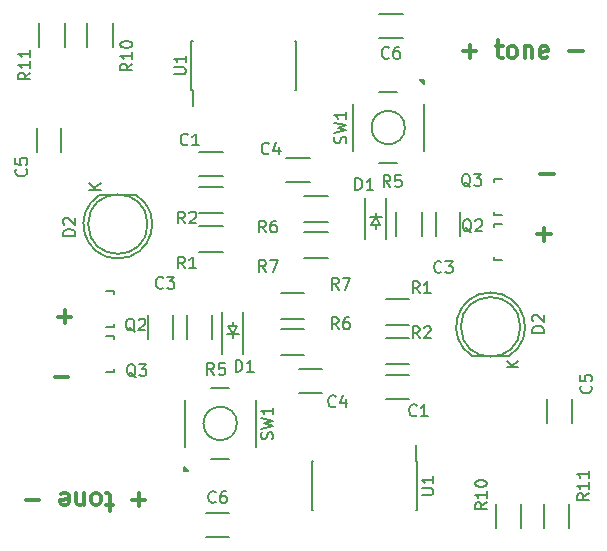
<source format=gto>
G04 #@! TF.FileFunction,Legend,Top*
%FSLAX46Y46*%
G04 Gerber Fmt 4.6, Leading zero omitted, Abs format (unit mm)*
G04 Created by KiCad (PCBNEW 0.201603210401+6634~43~ubuntu14.04.1-product) date mån 28 mar 2016 17:18:37*
%MOMM*%
G01*
G04 APERTURE LIST*
%ADD10C,0.050000*%
%ADD11C,0.300000*%
%ADD12C,0.150000*%
G04 APERTURE END LIST*
D10*
D11*
X105282928Y-128480357D02*
X104140071Y-128480357D01*
X104711500Y-127908929D02*
X104711500Y-129051786D01*
X105028928Y-133560357D02*
X103886071Y-133560357D01*
X111560928Y-143974357D02*
X110418071Y-143974357D01*
X110989500Y-143402929D02*
X110989500Y-144545786D01*
X108775214Y-144402929D02*
X108203785Y-144402929D01*
X108560928Y-144902929D02*
X108560928Y-143617214D01*
X108489500Y-143474357D01*
X108346642Y-143402929D01*
X108203785Y-143402929D01*
X107489499Y-143402929D02*
X107632357Y-143474357D01*
X107703785Y-143545786D01*
X107775214Y-143688643D01*
X107775214Y-144117214D01*
X107703785Y-144260071D01*
X107632357Y-144331500D01*
X107489499Y-144402929D01*
X107275214Y-144402929D01*
X107132357Y-144331500D01*
X107060928Y-144260071D01*
X106989499Y-144117214D01*
X106989499Y-143688643D01*
X107060928Y-143545786D01*
X107132357Y-143474357D01*
X107275214Y-143402929D01*
X107489499Y-143402929D01*
X106346642Y-144402929D02*
X106346642Y-143402929D01*
X106346642Y-144260071D02*
X106275214Y-144331500D01*
X106132356Y-144402929D01*
X105918071Y-144402929D01*
X105775214Y-144331500D01*
X105703785Y-144188643D01*
X105703785Y-143402929D01*
X104418071Y-143474357D02*
X104560928Y-143402929D01*
X104846642Y-143402929D01*
X104989499Y-143474357D01*
X105060928Y-143617214D01*
X105060928Y-144188643D01*
X104989499Y-144331500D01*
X104846642Y-144402929D01*
X104560928Y-144402929D01*
X104418071Y-144331500D01*
X104346642Y-144188643D01*
X104346642Y-144045786D01*
X105060928Y-143902929D01*
X102560928Y-143974357D02*
X101418071Y-143974357D01*
X138438572Y-106025143D02*
X139581429Y-106025143D01*
X139010000Y-106596571D02*
X139010000Y-105453714D01*
X141224286Y-105596571D02*
X141795715Y-105596571D01*
X141438572Y-105096571D02*
X141438572Y-106382286D01*
X141510000Y-106525143D01*
X141652858Y-106596571D01*
X141795715Y-106596571D01*
X142510001Y-106596571D02*
X142367143Y-106525143D01*
X142295715Y-106453714D01*
X142224286Y-106310857D01*
X142224286Y-105882286D01*
X142295715Y-105739429D01*
X142367143Y-105668000D01*
X142510001Y-105596571D01*
X142724286Y-105596571D01*
X142867143Y-105668000D01*
X142938572Y-105739429D01*
X143010001Y-105882286D01*
X143010001Y-106310857D01*
X142938572Y-106453714D01*
X142867143Y-106525143D01*
X142724286Y-106596571D01*
X142510001Y-106596571D01*
X143652858Y-105596571D02*
X143652858Y-106596571D01*
X143652858Y-105739429D02*
X143724286Y-105668000D01*
X143867144Y-105596571D01*
X144081429Y-105596571D01*
X144224286Y-105668000D01*
X144295715Y-105810857D01*
X144295715Y-106596571D01*
X145581429Y-106525143D02*
X145438572Y-106596571D01*
X145152858Y-106596571D01*
X145010001Y-106525143D01*
X144938572Y-106382286D01*
X144938572Y-105810857D01*
X145010001Y-105668000D01*
X145152858Y-105596571D01*
X145438572Y-105596571D01*
X145581429Y-105668000D01*
X145652858Y-105810857D01*
X145652858Y-105953714D01*
X144938572Y-106096571D01*
X147438572Y-106025143D02*
X148581429Y-106025143D01*
X144970572Y-116439143D02*
X146113429Y-116439143D01*
X144716572Y-121519143D02*
X145859429Y-121519143D01*
X145288000Y-122090571D02*
X145288000Y-120947714D01*
D12*
X114887500Y-141475500D02*
X114987500Y-141475500D01*
X114837500Y-141575500D02*
X114837500Y-141225500D01*
X114837500Y-141225500D02*
G75*
G03X115187500Y-141575500I1050000J700000D01*
G01*
X114837500Y-141575500D02*
X115187500Y-141575500D01*
X119301714Y-137525500D02*
G75*
G03X119301714Y-137525500I-1414214J0D01*
G01*
X120887500Y-139525500D02*
X120887500Y-135525500D01*
X114887500Y-139525500D02*
X114887500Y-135525500D01*
X118637500Y-140525500D02*
X117137500Y-140525500D01*
X117137500Y-134525500D02*
X118637500Y-134525500D01*
D10*
X117887500Y-140525500D02*
X117887500Y-140525500D01*
X120887500Y-135525500D02*
X120887500Y-139525500D01*
X114887500Y-135525500D02*
X114887500Y-139525500D01*
X117887500Y-134525500D02*
X117887500Y-134525500D01*
X119301714Y-137525500D02*
G75*
G03X119301714Y-137525500I-1414214J0D01*
G01*
D12*
X118665500Y-145088500D02*
X116665500Y-145088500D01*
X116665500Y-147138500D02*
X118665500Y-147138500D01*
X118935500Y-129286000D02*
X118935500Y-128905000D01*
X118935500Y-130302000D02*
X118935500Y-129921000D01*
X118935500Y-129921000D02*
X118554500Y-129286000D01*
X118554500Y-129286000D02*
X119316500Y-129286000D01*
X119316500Y-129286000D02*
X118935500Y-129921000D01*
X118427500Y-129921000D02*
X119443500Y-129921000D01*
X119835500Y-131603500D02*
X119835500Y-128063500D01*
X118035500Y-131603500D02*
X118035500Y-128063500D01*
X147442500Y-144351500D02*
X147442500Y-146351500D01*
X145292500Y-146351500D02*
X145292500Y-144351500D01*
X141228500Y-146351500D02*
X141228500Y-144351500D01*
X143378500Y-144351500D02*
X143378500Y-146351500D01*
X142304404Y-131834388D02*
G75*
G03X139279500Y-131849500I-1524904J2484888D01*
G01*
X142279500Y-131849500D02*
X139279500Y-131849500D01*
X143297436Y-129349500D02*
G75*
G03X143297436Y-129349500I-2517936J0D01*
G01*
X145596500Y-135461500D02*
X145596500Y-137461500D01*
X147646500Y-137461500D02*
X147646500Y-135461500D01*
X133905500Y-133404500D02*
X131905500Y-133404500D01*
X131905500Y-135454500D02*
X133905500Y-135454500D01*
X134561500Y-140736500D02*
X134446500Y-140736500D01*
X134561500Y-144886500D02*
X134446500Y-144886500D01*
X125661500Y-144886500D02*
X125776500Y-144886500D01*
X125661500Y-140736500D02*
X125776500Y-140736500D01*
X134561500Y-140736500D02*
X134561500Y-144886500D01*
X125661500Y-140736500D02*
X125661500Y-144886500D01*
X134446500Y-140736500D02*
X134446500Y-139361500D01*
X113864500Y-130349500D02*
X113864500Y-128349500D01*
X111814500Y-128349500D02*
X111814500Y-130349500D01*
X108216700Y-130135680D02*
X108917740Y-130135680D01*
X108917740Y-130135680D02*
X108917740Y-130384600D01*
X108917740Y-132934660D02*
X108917740Y-133135320D01*
X108917740Y-133135320D02*
X108216700Y-133135320D01*
X108216700Y-126325680D02*
X108917740Y-126325680D01*
X108917740Y-126325680D02*
X108917740Y-126574600D01*
X108917740Y-129124660D02*
X108917740Y-129325320D01*
X108917740Y-129325320D02*
X108216700Y-129325320D01*
X115066500Y-130349500D02*
X115066500Y-128349500D01*
X117216500Y-128349500D02*
X117216500Y-130349500D01*
X123015500Y-126496500D02*
X125015500Y-126496500D01*
X125015500Y-128646500D02*
X123015500Y-128646500D01*
X131905500Y-130306500D02*
X133905500Y-130306500D01*
X133905500Y-132456500D02*
X131905500Y-132456500D01*
X133905500Y-129154500D02*
X131905500Y-129154500D01*
X131905500Y-127004500D02*
X133905500Y-127004500D01*
X124539500Y-134946500D02*
X126539500Y-134946500D01*
X126539500Y-132896500D02*
X124539500Y-132896500D01*
X125015500Y-131694500D02*
X123015500Y-131694500D01*
X123015500Y-129544500D02*
X125015500Y-129544500D01*
X116094000Y-116595000D02*
X118094000Y-116595000D01*
X118094000Y-114545000D02*
X116094000Y-114545000D01*
X136135000Y-119650000D02*
X136135000Y-121650000D01*
X138185000Y-121650000D02*
X138185000Y-119650000D01*
X125460000Y-115053000D02*
X123460000Y-115053000D01*
X123460000Y-117103000D02*
X125460000Y-117103000D01*
X104403000Y-114538000D02*
X104403000Y-112538000D01*
X102353000Y-112538000D02*
X102353000Y-114538000D01*
X131334000Y-104911000D02*
X133334000Y-104911000D01*
X133334000Y-102861000D02*
X131334000Y-102861000D01*
X131064000Y-120713500D02*
X131064000Y-121094500D01*
X131064000Y-119697500D02*
X131064000Y-120078500D01*
X131064000Y-120078500D02*
X131445000Y-120713500D01*
X131445000Y-120713500D02*
X130683000Y-120713500D01*
X130683000Y-120713500D02*
X131064000Y-120078500D01*
X131572000Y-120078500D02*
X130556000Y-120078500D01*
X130164000Y-118396000D02*
X130164000Y-121936000D01*
X131964000Y-118396000D02*
X131964000Y-121936000D01*
X107695096Y-118165112D02*
G75*
G03X110720000Y-118150000I1524904J-2484888D01*
G01*
X107720000Y-118150000D02*
X110720000Y-118150000D01*
X111737936Y-120650000D02*
G75*
G03X111737936Y-120650000I-2517936J0D01*
G01*
X141782800Y-123673820D02*
X141081760Y-123673820D01*
X141081760Y-123673820D02*
X141081760Y-123424900D01*
X141081760Y-120874840D02*
X141081760Y-120674180D01*
X141081760Y-120674180D02*
X141782800Y-120674180D01*
X141782800Y-119863820D02*
X141081760Y-119863820D01*
X141081760Y-119863820D02*
X141081760Y-119614900D01*
X141081760Y-117064840D02*
X141081760Y-116864180D01*
X141081760Y-116864180D02*
X141782800Y-116864180D01*
X116094000Y-120845000D02*
X118094000Y-120845000D01*
X118094000Y-122995000D02*
X116094000Y-122995000D01*
X118094000Y-119693000D02*
X116094000Y-119693000D01*
X116094000Y-117543000D02*
X118094000Y-117543000D01*
X134933000Y-119650000D02*
X134933000Y-121650000D01*
X132783000Y-121650000D02*
X132783000Y-119650000D01*
X124984000Y-118305000D02*
X126984000Y-118305000D01*
X126984000Y-120455000D02*
X124984000Y-120455000D01*
X126984000Y-123503000D02*
X124984000Y-123503000D01*
X124984000Y-121353000D02*
X126984000Y-121353000D01*
X108771000Y-103648000D02*
X108771000Y-105648000D01*
X106621000Y-105648000D02*
X106621000Y-103648000D01*
X102557000Y-105648000D02*
X102557000Y-103648000D01*
X104707000Y-103648000D02*
X104707000Y-105648000D01*
X135112000Y-108524000D02*
X135012000Y-108524000D01*
X135162000Y-108424000D02*
X135162000Y-108774000D01*
X135162000Y-108774000D02*
G75*
G03X134812000Y-108424000I-1050000J-700000D01*
G01*
X135162000Y-108424000D02*
X134812000Y-108424000D01*
X133526214Y-112474000D02*
G75*
G03X133526214Y-112474000I-1414214J0D01*
G01*
X129112000Y-110474000D02*
X129112000Y-114474000D01*
X135112000Y-110474000D02*
X135112000Y-114474000D01*
X131362000Y-109474000D02*
X132862000Y-109474000D01*
X132862000Y-115474000D02*
X131362000Y-115474000D01*
D10*
X132112000Y-109474000D02*
X132112000Y-109474000D01*
X129112000Y-114474000D02*
X129112000Y-110474000D01*
X135112000Y-114474000D02*
X135112000Y-110474000D01*
X132112000Y-115474000D02*
X132112000Y-115474000D01*
X133526214Y-112474000D02*
G75*
G03X133526214Y-112474000I-1414214J0D01*
G01*
D12*
X115438000Y-109263000D02*
X115553000Y-109263000D01*
X115438000Y-105113000D02*
X115553000Y-105113000D01*
X124338000Y-105113000D02*
X124223000Y-105113000D01*
X124338000Y-109263000D02*
X124223000Y-109263000D01*
X115438000Y-109263000D02*
X115438000Y-105113000D01*
X124338000Y-109263000D02*
X124338000Y-105113000D01*
X115553000Y-109263000D02*
X115553000Y-110638000D01*
X122292262Y-138858833D02*
X122339881Y-138715976D01*
X122339881Y-138477880D01*
X122292262Y-138382642D01*
X122244643Y-138335023D01*
X122149405Y-138287404D01*
X122054167Y-138287404D01*
X121958929Y-138335023D01*
X121911310Y-138382642D01*
X121863690Y-138477880D01*
X121816071Y-138668357D01*
X121768452Y-138763595D01*
X121720833Y-138811214D01*
X121625595Y-138858833D01*
X121530357Y-138858833D01*
X121435119Y-138811214D01*
X121387500Y-138763595D01*
X121339881Y-138668357D01*
X121339881Y-138430261D01*
X121387500Y-138287404D01*
X121339881Y-137954071D02*
X122339881Y-137715976D01*
X121625595Y-137525499D01*
X122339881Y-137335023D01*
X121339881Y-137096928D01*
X122339881Y-136192166D02*
X122339881Y-136763595D01*
X122339881Y-136477881D02*
X121339881Y-136477881D01*
X121482738Y-136573119D01*
X121577976Y-136668357D01*
X121625595Y-136763595D01*
X117498834Y-144170643D02*
X117451215Y-144218262D01*
X117308358Y-144265881D01*
X117213120Y-144265881D01*
X117070262Y-144218262D01*
X116975024Y-144123024D01*
X116927405Y-144027786D01*
X116879786Y-143837310D01*
X116879786Y-143694452D01*
X116927405Y-143503976D01*
X116975024Y-143408738D01*
X117070262Y-143313500D01*
X117213120Y-143265881D01*
X117308358Y-143265881D01*
X117451215Y-143313500D01*
X117498834Y-143361119D01*
X118355977Y-143265881D02*
X118165500Y-143265881D01*
X118070262Y-143313500D01*
X118022643Y-143361119D01*
X117927405Y-143503976D01*
X117879786Y-143694452D01*
X117879786Y-144075405D01*
X117927405Y-144170643D01*
X117975024Y-144218262D01*
X118070262Y-144265881D01*
X118260739Y-144265881D01*
X118355977Y-144218262D01*
X118403596Y-144170643D01*
X118451215Y-144075405D01*
X118451215Y-143837310D01*
X118403596Y-143742071D01*
X118355977Y-143694452D01*
X118260739Y-143646833D01*
X118070262Y-143646833D01*
X117975024Y-143694452D01*
X117927405Y-143742071D01*
X117879786Y-143837310D01*
X119193085Y-133144521D02*
X119193085Y-132144521D01*
X119431180Y-132144521D01*
X119574038Y-132192140D01*
X119669276Y-132287378D01*
X119716895Y-132382616D01*
X119764514Y-132573092D01*
X119764514Y-132715950D01*
X119716895Y-132906426D01*
X119669276Y-133001664D01*
X119574038Y-133096902D01*
X119431180Y-133144521D01*
X119193085Y-133144521D01*
X120716895Y-133144521D02*
X120145466Y-133144521D01*
X120431180Y-133144521D02*
X120431180Y-132144521D01*
X120335942Y-132287378D01*
X120240704Y-132382616D01*
X120145466Y-132430235D01*
X149105881Y-143454357D02*
X148629690Y-143787691D01*
X149105881Y-144025786D02*
X148105881Y-144025786D01*
X148105881Y-143644833D01*
X148153500Y-143549595D01*
X148201119Y-143501976D01*
X148296357Y-143454357D01*
X148439214Y-143454357D01*
X148534452Y-143501976D01*
X148582071Y-143549595D01*
X148629690Y-143644833D01*
X148629690Y-144025786D01*
X149105881Y-142501976D02*
X149105881Y-143073405D01*
X149105881Y-142787691D02*
X148105881Y-142787691D01*
X148248738Y-142882929D01*
X148343976Y-142978167D01*
X148391595Y-143073405D01*
X149105881Y-141549595D02*
X149105881Y-142121024D01*
X149105881Y-141835310D02*
X148105881Y-141835310D01*
X148248738Y-141930548D01*
X148343976Y-142025786D01*
X148391595Y-142121024D01*
X140469881Y-144216357D02*
X139993690Y-144549691D01*
X140469881Y-144787786D02*
X139469881Y-144787786D01*
X139469881Y-144406833D01*
X139517500Y-144311595D01*
X139565119Y-144263976D01*
X139660357Y-144216357D01*
X139803214Y-144216357D01*
X139898452Y-144263976D01*
X139946071Y-144311595D01*
X139993690Y-144406833D01*
X139993690Y-144787786D01*
X140469881Y-143263976D02*
X140469881Y-143835405D01*
X140469881Y-143549691D02*
X139469881Y-143549691D01*
X139612738Y-143644929D01*
X139707976Y-143740167D01*
X139755595Y-143835405D01*
X139469881Y-142644929D02*
X139469881Y-142549690D01*
X139517500Y-142454452D01*
X139565119Y-142406833D01*
X139660357Y-142359214D01*
X139850833Y-142311595D01*
X140088929Y-142311595D01*
X140279405Y-142359214D01*
X140374643Y-142406833D01*
X140422262Y-142454452D01*
X140469881Y-142549690D01*
X140469881Y-142644929D01*
X140422262Y-142740167D01*
X140374643Y-142787786D01*
X140279405Y-142835405D01*
X140088929Y-142883024D01*
X139850833Y-142883024D01*
X139660357Y-142835405D01*
X139565119Y-142787786D01*
X139517500Y-142740167D01*
X139469881Y-142644929D01*
X145295881Y-129833595D02*
X144295881Y-129833595D01*
X144295881Y-129595500D01*
X144343500Y-129452642D01*
X144438738Y-129357404D01*
X144533976Y-129309785D01*
X144724452Y-129262166D01*
X144867310Y-129262166D01*
X145057786Y-129309785D01*
X145153024Y-129357404D01*
X145248262Y-129452642D01*
X145295881Y-129595500D01*
X145295881Y-129833595D01*
X144391119Y-128881214D02*
X144343500Y-128833595D01*
X144295881Y-128738357D01*
X144295881Y-128500261D01*
X144343500Y-128405023D01*
X144391119Y-128357404D01*
X144486357Y-128309785D01*
X144581595Y-128309785D01*
X144724452Y-128357404D01*
X145295881Y-128928833D01*
X145295881Y-128309785D01*
X143136881Y-132786405D02*
X142136881Y-132786405D01*
X143136881Y-132214976D02*
X142565452Y-132643548D01*
X142136881Y-132214976D02*
X142708310Y-132786405D01*
X149264643Y-134342166D02*
X149312262Y-134389785D01*
X149359881Y-134532642D01*
X149359881Y-134627880D01*
X149312262Y-134770738D01*
X149217024Y-134865976D01*
X149121786Y-134913595D01*
X148931310Y-134961214D01*
X148788452Y-134961214D01*
X148597976Y-134913595D01*
X148502738Y-134865976D01*
X148407500Y-134770738D01*
X148359881Y-134627880D01*
X148359881Y-134532642D01*
X148407500Y-134389785D01*
X148455119Y-134342166D01*
X148359881Y-133437404D02*
X148359881Y-133913595D01*
X148836071Y-133961214D01*
X148788452Y-133913595D01*
X148740833Y-133818357D01*
X148740833Y-133580261D01*
X148788452Y-133485023D01*
X148836071Y-133437404D01*
X148931310Y-133389785D01*
X149169405Y-133389785D01*
X149264643Y-133437404D01*
X149312262Y-133485023D01*
X149359881Y-133580261D01*
X149359881Y-133818357D01*
X149312262Y-133913595D01*
X149264643Y-133961214D01*
X134516834Y-136818643D02*
X134469215Y-136866262D01*
X134326358Y-136913881D01*
X134231120Y-136913881D01*
X134088262Y-136866262D01*
X133993024Y-136771024D01*
X133945405Y-136675786D01*
X133897786Y-136485310D01*
X133897786Y-136342452D01*
X133945405Y-136151976D01*
X133993024Y-136056738D01*
X134088262Y-135961500D01*
X134231120Y-135913881D01*
X134326358Y-135913881D01*
X134469215Y-135961500D01*
X134516834Y-136009119D01*
X135469215Y-136913881D02*
X134897786Y-136913881D01*
X135183500Y-136913881D02*
X135183500Y-135913881D01*
X135088262Y-136056738D01*
X134993024Y-136151976D01*
X134897786Y-136199595D01*
X134938881Y-143573405D02*
X135748405Y-143573405D01*
X135843643Y-143525786D01*
X135891262Y-143478167D01*
X135938881Y-143382929D01*
X135938881Y-143192452D01*
X135891262Y-143097214D01*
X135843643Y-143049595D01*
X135748405Y-143001976D01*
X134938881Y-143001976D01*
X135938881Y-142001976D02*
X135938881Y-142573405D01*
X135938881Y-142287691D02*
X134938881Y-142287691D01*
X135081738Y-142382929D01*
X135176976Y-142478167D01*
X135224595Y-142573405D01*
X113058914Y-126018563D02*
X113011295Y-126066182D01*
X112868438Y-126113801D01*
X112773200Y-126113801D01*
X112630342Y-126066182D01*
X112535104Y-125970944D01*
X112487485Y-125875706D01*
X112439866Y-125685230D01*
X112439866Y-125542372D01*
X112487485Y-125351896D01*
X112535104Y-125256658D01*
X112630342Y-125161420D01*
X112773200Y-125113801D01*
X112868438Y-125113801D01*
X113011295Y-125161420D01*
X113058914Y-125209039D01*
X113392247Y-125113801D02*
X114011295Y-125113801D01*
X113677961Y-125494753D01*
X113820819Y-125494753D01*
X113916057Y-125542372D01*
X113963676Y-125589991D01*
X114011295Y-125685230D01*
X114011295Y-125923325D01*
X113963676Y-126018563D01*
X113916057Y-126066182D01*
X113820819Y-126113801D01*
X113535104Y-126113801D01*
X113439866Y-126066182D01*
X113392247Y-126018563D01*
X110732582Y-133605519D02*
X110637344Y-133557900D01*
X110542106Y-133462662D01*
X110399249Y-133319805D01*
X110304010Y-133272186D01*
X110208772Y-133272186D01*
X110256391Y-133510281D02*
X110161153Y-133462662D01*
X110065915Y-133367424D01*
X110018296Y-133176948D01*
X110018296Y-132843614D01*
X110065915Y-132653138D01*
X110161153Y-132557900D01*
X110256391Y-132510281D01*
X110446868Y-132510281D01*
X110542106Y-132557900D01*
X110637344Y-132653138D01*
X110684963Y-132843614D01*
X110684963Y-133176948D01*
X110637344Y-133367424D01*
X110542106Y-133462662D01*
X110446868Y-133510281D01*
X110256391Y-133510281D01*
X111018296Y-132510281D02*
X111637344Y-132510281D01*
X111304010Y-132891233D01*
X111446868Y-132891233D01*
X111542106Y-132938852D01*
X111589725Y-132986471D01*
X111637344Y-133081710D01*
X111637344Y-133319805D01*
X111589725Y-133415043D01*
X111542106Y-133462662D01*
X111446868Y-133510281D01*
X111161153Y-133510281D01*
X111065915Y-133462662D01*
X111018296Y-133415043D01*
X110651302Y-129744719D02*
X110556064Y-129697100D01*
X110460826Y-129601862D01*
X110317969Y-129459005D01*
X110222730Y-129411386D01*
X110127492Y-129411386D01*
X110175111Y-129649481D02*
X110079873Y-129601862D01*
X109984635Y-129506624D01*
X109937016Y-129316148D01*
X109937016Y-128982814D01*
X109984635Y-128792338D01*
X110079873Y-128697100D01*
X110175111Y-128649481D01*
X110365588Y-128649481D01*
X110460826Y-128697100D01*
X110556064Y-128792338D01*
X110603683Y-128982814D01*
X110603683Y-129316148D01*
X110556064Y-129506624D01*
X110460826Y-129601862D01*
X110365588Y-129649481D01*
X110175111Y-129649481D01*
X110984635Y-128744719D02*
X111032254Y-128697100D01*
X111127492Y-128649481D01*
X111365588Y-128649481D01*
X111460826Y-128697100D01*
X111508445Y-128744719D01*
X111556064Y-128839957D01*
X111556064Y-128935195D01*
X111508445Y-129078052D01*
X110937016Y-129649481D01*
X111556064Y-129649481D01*
X117366754Y-133408681D02*
X117033420Y-132932490D01*
X116795325Y-133408681D02*
X116795325Y-132408681D01*
X117176278Y-132408681D01*
X117271516Y-132456300D01*
X117319135Y-132503919D01*
X117366754Y-132599157D01*
X117366754Y-132742014D01*
X117319135Y-132837252D01*
X117271516Y-132884871D01*
X117176278Y-132932490D01*
X116795325Y-132932490D01*
X118271516Y-132408681D02*
X117795325Y-132408681D01*
X117747706Y-132884871D01*
X117795325Y-132837252D01*
X117890563Y-132789633D01*
X118128659Y-132789633D01*
X118223897Y-132837252D01*
X118271516Y-132884871D01*
X118319135Y-132980110D01*
X118319135Y-133218205D01*
X118271516Y-133313443D01*
X118223897Y-133361062D01*
X118128659Y-133408681D01*
X117890563Y-133408681D01*
X117795325Y-133361062D01*
X117747706Y-133313443D01*
X127912834Y-126195081D02*
X127579500Y-125718890D01*
X127341405Y-126195081D02*
X127341405Y-125195081D01*
X127722358Y-125195081D01*
X127817596Y-125242700D01*
X127865215Y-125290319D01*
X127912834Y-125385557D01*
X127912834Y-125528414D01*
X127865215Y-125623652D01*
X127817596Y-125671271D01*
X127722358Y-125718890D01*
X127341405Y-125718890D01*
X128246167Y-125195081D02*
X128912834Y-125195081D01*
X128484262Y-126195081D01*
X134770834Y-130309881D02*
X134437500Y-129833690D01*
X134199405Y-130309881D02*
X134199405Y-129309881D01*
X134580358Y-129309881D01*
X134675596Y-129357500D01*
X134723215Y-129405119D01*
X134770834Y-129500357D01*
X134770834Y-129643214D01*
X134723215Y-129738452D01*
X134675596Y-129786071D01*
X134580358Y-129833690D01*
X134199405Y-129833690D01*
X135151786Y-129405119D02*
X135199405Y-129357500D01*
X135294643Y-129309881D01*
X135532739Y-129309881D01*
X135627977Y-129357500D01*
X135675596Y-129405119D01*
X135723215Y-129500357D01*
X135723215Y-129595595D01*
X135675596Y-129738452D01*
X135104167Y-130309881D01*
X135723215Y-130309881D01*
X134770834Y-126499881D02*
X134437500Y-126023690D01*
X134199405Y-126499881D02*
X134199405Y-125499881D01*
X134580358Y-125499881D01*
X134675596Y-125547500D01*
X134723215Y-125595119D01*
X134770834Y-125690357D01*
X134770834Y-125833214D01*
X134723215Y-125928452D01*
X134675596Y-125976071D01*
X134580358Y-126023690D01*
X134199405Y-126023690D01*
X135723215Y-126499881D02*
X135151786Y-126499881D01*
X135437500Y-126499881D02*
X135437500Y-125499881D01*
X135342262Y-125642738D01*
X135247024Y-125737976D01*
X135151786Y-125785595D01*
X127658834Y-136056643D02*
X127611215Y-136104262D01*
X127468358Y-136151881D01*
X127373120Y-136151881D01*
X127230262Y-136104262D01*
X127135024Y-136009024D01*
X127087405Y-135913786D01*
X127039786Y-135723310D01*
X127039786Y-135580452D01*
X127087405Y-135389976D01*
X127135024Y-135294738D01*
X127230262Y-135199500D01*
X127373120Y-135151881D01*
X127468358Y-135151881D01*
X127611215Y-135199500D01*
X127658834Y-135247119D01*
X128515977Y-135485214D02*
X128515977Y-136151881D01*
X128277881Y-135104262D02*
X128039786Y-135818548D01*
X128658834Y-135818548D01*
X127912834Y-129547881D02*
X127579500Y-129071690D01*
X127341405Y-129547881D02*
X127341405Y-128547881D01*
X127722358Y-128547881D01*
X127817596Y-128595500D01*
X127865215Y-128643119D01*
X127912834Y-128738357D01*
X127912834Y-128881214D01*
X127865215Y-128976452D01*
X127817596Y-129024071D01*
X127722358Y-129071690D01*
X127341405Y-129071690D01*
X128769977Y-128547881D02*
X128579500Y-128547881D01*
X128484262Y-128595500D01*
X128436643Y-128643119D01*
X128341405Y-128785976D01*
X128293786Y-128976452D01*
X128293786Y-129357405D01*
X128341405Y-129452643D01*
X128389024Y-129500262D01*
X128484262Y-129547881D01*
X128674739Y-129547881D01*
X128769977Y-129500262D01*
X128817596Y-129452643D01*
X128865215Y-129357405D01*
X128865215Y-129119310D01*
X128817596Y-129024071D01*
X128769977Y-128976452D01*
X128674739Y-128928833D01*
X128484262Y-128928833D01*
X128389024Y-128976452D01*
X128341405Y-129024071D01*
X128293786Y-129119310D01*
X115149334Y-113895143D02*
X115101715Y-113942762D01*
X114958858Y-113990381D01*
X114863620Y-113990381D01*
X114720762Y-113942762D01*
X114625524Y-113847524D01*
X114577905Y-113752286D01*
X114530286Y-113561810D01*
X114530286Y-113418952D01*
X114577905Y-113228476D01*
X114625524Y-113133238D01*
X114720762Y-113038000D01*
X114863620Y-112990381D01*
X114958858Y-112990381D01*
X115101715Y-113038000D01*
X115149334Y-113085619D01*
X116101715Y-113990381D02*
X115530286Y-113990381D01*
X115816000Y-113990381D02*
X115816000Y-112990381D01*
X115720762Y-113133238D01*
X115625524Y-113228476D01*
X115530286Y-113276095D01*
X136607254Y-124695223D02*
X136559635Y-124742842D01*
X136416778Y-124790461D01*
X136321540Y-124790461D01*
X136178682Y-124742842D01*
X136083444Y-124647604D01*
X136035825Y-124552366D01*
X135988206Y-124361890D01*
X135988206Y-124219032D01*
X136035825Y-124028556D01*
X136083444Y-123933318D01*
X136178682Y-123838080D01*
X136321540Y-123790461D01*
X136416778Y-123790461D01*
X136559635Y-123838080D01*
X136607254Y-123885699D01*
X136940587Y-123790461D02*
X137559635Y-123790461D01*
X137226301Y-124171413D01*
X137369159Y-124171413D01*
X137464397Y-124219032D01*
X137512016Y-124266651D01*
X137559635Y-124361890D01*
X137559635Y-124599985D01*
X137512016Y-124695223D01*
X137464397Y-124742842D01*
X137369159Y-124790461D01*
X137083444Y-124790461D01*
X136988206Y-124742842D01*
X136940587Y-124695223D01*
X122007334Y-114657143D02*
X121959715Y-114704762D01*
X121816858Y-114752381D01*
X121721620Y-114752381D01*
X121578762Y-114704762D01*
X121483524Y-114609524D01*
X121435905Y-114514286D01*
X121388286Y-114323810D01*
X121388286Y-114180952D01*
X121435905Y-113990476D01*
X121483524Y-113895238D01*
X121578762Y-113800000D01*
X121721620Y-113752381D01*
X121816858Y-113752381D01*
X121959715Y-113800000D01*
X122007334Y-113847619D01*
X122864477Y-114085714D02*
X122864477Y-114752381D01*
X122626381Y-113704762D02*
X122388286Y-114419048D01*
X123007334Y-114419048D01*
X101449143Y-115990666D02*
X101496762Y-116038285D01*
X101544381Y-116181142D01*
X101544381Y-116276380D01*
X101496762Y-116419238D01*
X101401524Y-116514476D01*
X101306286Y-116562095D01*
X101115810Y-116609714D01*
X100972952Y-116609714D01*
X100782476Y-116562095D01*
X100687238Y-116514476D01*
X100592000Y-116419238D01*
X100544381Y-116276380D01*
X100544381Y-116181142D01*
X100592000Y-116038285D01*
X100639619Y-115990666D01*
X100544381Y-115085904D02*
X100544381Y-115562095D01*
X101020571Y-115609714D01*
X100972952Y-115562095D01*
X100925333Y-115466857D01*
X100925333Y-115228761D01*
X100972952Y-115133523D01*
X101020571Y-115085904D01*
X101115810Y-115038285D01*
X101353905Y-115038285D01*
X101449143Y-115085904D01*
X101496762Y-115133523D01*
X101544381Y-115228761D01*
X101544381Y-115466857D01*
X101496762Y-115562095D01*
X101449143Y-115609714D01*
X132167334Y-106543143D02*
X132119715Y-106590762D01*
X131976858Y-106638381D01*
X131881620Y-106638381D01*
X131738762Y-106590762D01*
X131643524Y-106495524D01*
X131595905Y-106400286D01*
X131548286Y-106209810D01*
X131548286Y-106066952D01*
X131595905Y-105876476D01*
X131643524Y-105781238D01*
X131738762Y-105686000D01*
X131881620Y-105638381D01*
X131976858Y-105638381D01*
X132119715Y-105686000D01*
X132167334Y-105733619D01*
X133024477Y-105638381D02*
X132834000Y-105638381D01*
X132738762Y-105686000D01*
X132691143Y-105733619D01*
X132595905Y-105876476D01*
X132548286Y-106066952D01*
X132548286Y-106447905D01*
X132595905Y-106543143D01*
X132643524Y-106590762D01*
X132738762Y-106638381D01*
X132929239Y-106638381D01*
X133024477Y-106590762D01*
X133072096Y-106543143D01*
X133119715Y-106447905D01*
X133119715Y-106209810D01*
X133072096Y-106114571D01*
X133024477Y-106066952D01*
X132929239Y-106019333D01*
X132738762Y-106019333D01*
X132643524Y-106066952D01*
X132595905Y-106114571D01*
X132548286Y-106209810D01*
X129330225Y-117759741D02*
X129330225Y-116759741D01*
X129568320Y-116759741D01*
X129711178Y-116807360D01*
X129806416Y-116902598D01*
X129854035Y-116997836D01*
X129901654Y-117188312D01*
X129901654Y-117331170D01*
X129854035Y-117521646D01*
X129806416Y-117616884D01*
X129711178Y-117712122D01*
X129568320Y-117759741D01*
X129330225Y-117759741D01*
X130854035Y-117759741D02*
X130282606Y-117759741D01*
X130568320Y-117759741D02*
X130568320Y-116759741D01*
X130473082Y-116902598D01*
X130377844Y-116997836D01*
X130282606Y-117045455D01*
X105608381Y-121642095D02*
X104608381Y-121642095D01*
X104608381Y-121404000D01*
X104656000Y-121261142D01*
X104751238Y-121165904D01*
X104846476Y-121118285D01*
X105036952Y-121070666D01*
X105179810Y-121070666D01*
X105370286Y-121118285D01*
X105465524Y-121165904D01*
X105560762Y-121261142D01*
X105608381Y-121404000D01*
X105608381Y-121642095D01*
X104703619Y-120689714D02*
X104656000Y-120642095D01*
X104608381Y-120546857D01*
X104608381Y-120308761D01*
X104656000Y-120213523D01*
X104703619Y-120165904D01*
X104798857Y-120118285D01*
X104894095Y-120118285D01*
X105036952Y-120165904D01*
X105608381Y-120737333D01*
X105608381Y-120118285D01*
X107767381Y-117736905D02*
X106767381Y-117736905D01*
X107767381Y-117165476D02*
X107195952Y-117594048D01*
X106767381Y-117165476D02*
X107338810Y-117736905D01*
X139157722Y-121350019D02*
X139062484Y-121302400D01*
X138967246Y-121207162D01*
X138824389Y-121064305D01*
X138729150Y-121016686D01*
X138633912Y-121016686D01*
X138681531Y-121254781D02*
X138586293Y-121207162D01*
X138491055Y-121111924D01*
X138443436Y-120921448D01*
X138443436Y-120588114D01*
X138491055Y-120397638D01*
X138586293Y-120302400D01*
X138681531Y-120254781D01*
X138872008Y-120254781D01*
X138967246Y-120302400D01*
X139062484Y-120397638D01*
X139110103Y-120588114D01*
X139110103Y-120921448D01*
X139062484Y-121111924D01*
X138967246Y-121207162D01*
X138872008Y-121254781D01*
X138681531Y-121254781D01*
X139491055Y-120350019D02*
X139538674Y-120302400D01*
X139633912Y-120254781D01*
X139872008Y-120254781D01*
X139967246Y-120302400D01*
X140014865Y-120350019D01*
X140062484Y-120445257D01*
X140062484Y-120540495D01*
X140014865Y-120683352D01*
X139443436Y-121254781D01*
X140062484Y-121254781D01*
X139076442Y-117489219D02*
X138981204Y-117441600D01*
X138885966Y-117346362D01*
X138743109Y-117203505D01*
X138647870Y-117155886D01*
X138552632Y-117155886D01*
X138600251Y-117393981D02*
X138505013Y-117346362D01*
X138409775Y-117251124D01*
X138362156Y-117060648D01*
X138362156Y-116727314D01*
X138409775Y-116536838D01*
X138505013Y-116441600D01*
X138600251Y-116393981D01*
X138790728Y-116393981D01*
X138885966Y-116441600D01*
X138981204Y-116536838D01*
X139028823Y-116727314D01*
X139028823Y-117060648D01*
X138981204Y-117251124D01*
X138885966Y-117346362D01*
X138790728Y-117393981D01*
X138600251Y-117393981D01*
X139362156Y-116393981D02*
X139981204Y-116393981D01*
X139647870Y-116774933D01*
X139790728Y-116774933D01*
X139885966Y-116822552D01*
X139933585Y-116870171D01*
X139981204Y-116965410D01*
X139981204Y-117203505D01*
X139933585Y-117298743D01*
X139885966Y-117346362D01*
X139790728Y-117393981D01*
X139505013Y-117393981D01*
X139409775Y-117346362D01*
X139362156Y-117298743D01*
X114895334Y-124404381D02*
X114562000Y-123928190D01*
X114323905Y-124404381D02*
X114323905Y-123404381D01*
X114704858Y-123404381D01*
X114800096Y-123452000D01*
X114847715Y-123499619D01*
X114895334Y-123594857D01*
X114895334Y-123737714D01*
X114847715Y-123832952D01*
X114800096Y-123880571D01*
X114704858Y-123928190D01*
X114323905Y-123928190D01*
X115847715Y-124404381D02*
X115276286Y-124404381D01*
X115562000Y-124404381D02*
X115562000Y-123404381D01*
X115466762Y-123547238D01*
X115371524Y-123642476D01*
X115276286Y-123690095D01*
X114895334Y-120594381D02*
X114562000Y-120118190D01*
X114323905Y-120594381D02*
X114323905Y-119594381D01*
X114704858Y-119594381D01*
X114800096Y-119642000D01*
X114847715Y-119689619D01*
X114895334Y-119784857D01*
X114895334Y-119927714D01*
X114847715Y-120022952D01*
X114800096Y-120070571D01*
X114704858Y-120118190D01*
X114323905Y-120118190D01*
X115276286Y-119689619D02*
X115323905Y-119642000D01*
X115419143Y-119594381D01*
X115657239Y-119594381D01*
X115752477Y-119642000D01*
X115800096Y-119689619D01*
X115847715Y-119784857D01*
X115847715Y-119880095D01*
X115800096Y-120022952D01*
X115228667Y-120594381D01*
X115847715Y-120594381D01*
X132299414Y-117495581D02*
X131966080Y-117019390D01*
X131727985Y-117495581D02*
X131727985Y-116495581D01*
X132108938Y-116495581D01*
X132204176Y-116543200D01*
X132251795Y-116590819D01*
X132299414Y-116686057D01*
X132299414Y-116828914D01*
X132251795Y-116924152D01*
X132204176Y-116971771D01*
X132108938Y-117019390D01*
X131727985Y-117019390D01*
X133204176Y-116495581D02*
X132727985Y-116495581D01*
X132680366Y-116971771D01*
X132727985Y-116924152D01*
X132823223Y-116876533D01*
X133061319Y-116876533D01*
X133156557Y-116924152D01*
X133204176Y-116971771D01*
X133251795Y-117067010D01*
X133251795Y-117305105D01*
X133204176Y-117400343D01*
X133156557Y-117447962D01*
X133061319Y-117495581D01*
X132823223Y-117495581D01*
X132727985Y-117447962D01*
X132680366Y-117400343D01*
X121753334Y-121356381D02*
X121420000Y-120880190D01*
X121181905Y-121356381D02*
X121181905Y-120356381D01*
X121562858Y-120356381D01*
X121658096Y-120404000D01*
X121705715Y-120451619D01*
X121753334Y-120546857D01*
X121753334Y-120689714D01*
X121705715Y-120784952D01*
X121658096Y-120832571D01*
X121562858Y-120880190D01*
X121181905Y-120880190D01*
X122610477Y-120356381D02*
X122420000Y-120356381D01*
X122324762Y-120404000D01*
X122277143Y-120451619D01*
X122181905Y-120594476D01*
X122134286Y-120784952D01*
X122134286Y-121165905D01*
X122181905Y-121261143D01*
X122229524Y-121308762D01*
X122324762Y-121356381D01*
X122515239Y-121356381D01*
X122610477Y-121308762D01*
X122658096Y-121261143D01*
X122705715Y-121165905D01*
X122705715Y-120927810D01*
X122658096Y-120832571D01*
X122610477Y-120784952D01*
X122515239Y-120737333D01*
X122324762Y-120737333D01*
X122229524Y-120784952D01*
X122181905Y-120832571D01*
X122134286Y-120927810D01*
X121753334Y-124709181D02*
X121420000Y-124232990D01*
X121181905Y-124709181D02*
X121181905Y-123709181D01*
X121562858Y-123709181D01*
X121658096Y-123756800D01*
X121705715Y-123804419D01*
X121753334Y-123899657D01*
X121753334Y-124042514D01*
X121705715Y-124137752D01*
X121658096Y-124185371D01*
X121562858Y-124232990D01*
X121181905Y-124232990D01*
X122086667Y-123709181D02*
X122753334Y-123709181D01*
X122324762Y-124709181D01*
X110434381Y-107068857D02*
X109958190Y-107402191D01*
X110434381Y-107640286D02*
X109434381Y-107640286D01*
X109434381Y-107259333D01*
X109482000Y-107164095D01*
X109529619Y-107116476D01*
X109624857Y-107068857D01*
X109767714Y-107068857D01*
X109862952Y-107116476D01*
X109910571Y-107164095D01*
X109958190Y-107259333D01*
X109958190Y-107640286D01*
X110434381Y-106116476D02*
X110434381Y-106687905D01*
X110434381Y-106402191D02*
X109434381Y-106402191D01*
X109577238Y-106497429D01*
X109672476Y-106592667D01*
X109720095Y-106687905D01*
X109434381Y-105497429D02*
X109434381Y-105402190D01*
X109482000Y-105306952D01*
X109529619Y-105259333D01*
X109624857Y-105211714D01*
X109815333Y-105164095D01*
X110053429Y-105164095D01*
X110243905Y-105211714D01*
X110339143Y-105259333D01*
X110386762Y-105306952D01*
X110434381Y-105402190D01*
X110434381Y-105497429D01*
X110386762Y-105592667D01*
X110339143Y-105640286D01*
X110243905Y-105687905D01*
X110053429Y-105735524D01*
X109815333Y-105735524D01*
X109624857Y-105687905D01*
X109529619Y-105640286D01*
X109482000Y-105592667D01*
X109434381Y-105497429D01*
X101798381Y-107830857D02*
X101322190Y-108164191D01*
X101798381Y-108402286D02*
X100798381Y-108402286D01*
X100798381Y-108021333D01*
X100846000Y-107926095D01*
X100893619Y-107878476D01*
X100988857Y-107830857D01*
X101131714Y-107830857D01*
X101226952Y-107878476D01*
X101274571Y-107926095D01*
X101322190Y-108021333D01*
X101322190Y-108402286D01*
X101798381Y-106878476D02*
X101798381Y-107449905D01*
X101798381Y-107164191D02*
X100798381Y-107164191D01*
X100941238Y-107259429D01*
X101036476Y-107354667D01*
X101084095Y-107449905D01*
X101798381Y-105926095D02*
X101798381Y-106497524D01*
X101798381Y-106211810D02*
X100798381Y-106211810D01*
X100941238Y-106307048D01*
X101036476Y-106402286D01*
X101084095Y-106497524D01*
X128516762Y-113807333D02*
X128564381Y-113664476D01*
X128564381Y-113426380D01*
X128516762Y-113331142D01*
X128469143Y-113283523D01*
X128373905Y-113235904D01*
X128278667Y-113235904D01*
X128183429Y-113283523D01*
X128135810Y-113331142D01*
X128088190Y-113426380D01*
X128040571Y-113616857D01*
X127992952Y-113712095D01*
X127945333Y-113759714D01*
X127850095Y-113807333D01*
X127754857Y-113807333D01*
X127659619Y-113759714D01*
X127612000Y-113712095D01*
X127564381Y-113616857D01*
X127564381Y-113378761D01*
X127612000Y-113235904D01*
X127564381Y-112902571D02*
X128564381Y-112664476D01*
X127850095Y-112473999D01*
X128564381Y-112283523D01*
X127564381Y-112045428D01*
X128564381Y-111140666D02*
X128564381Y-111712095D01*
X128564381Y-111426381D02*
X127564381Y-111426381D01*
X127707238Y-111521619D01*
X127802476Y-111616857D01*
X127850095Y-111712095D01*
X113965381Y-107949905D02*
X114774905Y-107949905D01*
X114870143Y-107902286D01*
X114917762Y-107854667D01*
X114965381Y-107759429D01*
X114965381Y-107568952D01*
X114917762Y-107473714D01*
X114870143Y-107426095D01*
X114774905Y-107378476D01*
X113965381Y-107378476D01*
X114965381Y-106378476D02*
X114965381Y-106949905D01*
X114965381Y-106664191D02*
X113965381Y-106664191D01*
X114108238Y-106759429D01*
X114203476Y-106854667D01*
X114251095Y-106949905D01*
M02*

</source>
